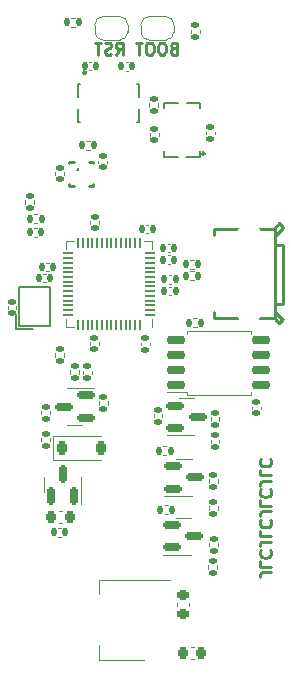
<source format=gbr>
%TF.GenerationSoftware,KiCad,Pcbnew,7.0.5*%
%TF.CreationDate,2023-12-24T21:30:35-08:00*%
%TF.ProjectId,Lyrav3,4c797261-7633-42e6-9b69-6361645f7063,rev?*%
%TF.SameCoordinates,Original*%
%TF.FileFunction,Legend,Bot*%
%TF.FilePolarity,Positive*%
%FSLAX46Y46*%
G04 Gerber Fmt 4.6, Leading zero omitted, Abs format (unit mm)*
G04 Created by KiCad (PCBNEW 7.0.5) date 2023-12-24 21:30:35*
%MOMM*%
%LPD*%
G01*
G04 APERTURE LIST*
G04 Aperture macros list*
%AMRoundRect*
0 Rectangle with rounded corners*
0 $1 Rounding radius*
0 $2 $3 $4 $5 $6 $7 $8 $9 X,Y pos of 4 corners*
0 Add a 4 corners polygon primitive as box body*
4,1,4,$2,$3,$4,$5,$6,$7,$8,$9,$2,$3,0*
0 Add four circle primitives for the rounded corners*
1,1,$1+$1,$2,$3*
1,1,$1+$1,$4,$5*
1,1,$1+$1,$6,$7*
1,1,$1+$1,$8,$9*
0 Add four rect primitives between the rounded corners*
20,1,$1+$1,$2,$3,$4,$5,0*
20,1,$1+$1,$4,$5,$6,$7,0*
20,1,$1+$1,$6,$7,$8,$9,0*
20,1,$1+$1,$8,$9,$2,$3,0*%
%AMFreePoly0*
4,1,19,0.000000,0.744911,0.071157,0.744911,0.207708,0.704816,0.327430,0.627875,0.420627,0.520320,0.479746,0.390866,0.500000,0.250000,0.500000,-0.250000,0.479746,-0.390866,0.420627,-0.520320,0.327430,-0.627875,0.207708,-0.704816,0.071157,-0.744911,0.000000,-0.744911,0.000000,-0.750000,-0.500000,-0.750000,-0.500000,0.750000,0.000000,0.750000,0.000000,0.744911,0.000000,0.744911,
$1*%
%AMFreePoly1*
4,1,19,0.500000,-0.750000,0.000000,-0.750000,0.000000,-0.744911,-0.071157,-0.744911,-0.207708,-0.704816,-0.327430,-0.627875,-0.420627,-0.520320,-0.479746,-0.390866,-0.500000,-0.250000,-0.500000,0.250000,-0.479746,0.390866,-0.420627,0.520320,-0.327430,0.627875,-0.207708,0.704816,-0.071157,0.744911,0.000000,0.744911,0.000000,0.750000,0.500000,0.750000,0.500000,-0.750000,0.500000,-0.750000,
$1*%
G04 Aperture macros list end*
%ADD10C,0.250000*%
%ADD11C,0.120000*%
%ADD12C,0.150000*%
%ADD13C,0.200000*%
%ADD14RoundRect,0.140000X0.170000X-0.140000X0.170000X0.140000X-0.170000X0.140000X-0.170000X-0.140000X0*%
%ADD15RoundRect,0.140000X-0.140000X-0.170000X0.140000X-0.170000X0.140000X0.170000X-0.140000X0.170000X0*%
%ADD16RoundRect,0.225000X-0.225000X-0.250000X0.225000X-0.250000X0.225000X0.250000X-0.225000X0.250000X0*%
%ADD17RoundRect,0.140000X0.140000X0.170000X-0.140000X0.170000X-0.140000X-0.170000X0.140000X-0.170000X0*%
%ADD18RoundRect,0.225000X0.250000X-0.225000X0.250000X0.225000X-0.250000X0.225000X-0.250000X-0.225000X0*%
%ADD19R,2.000000X1.500000*%
%ADD20R,2.000000X3.800000*%
%ADD21RoundRect,0.225000X-0.225000X-0.375000X0.225000X-0.375000X0.225000X0.375000X-0.225000X0.375000X0*%
%ADD22R,0.800000X1.000000*%
%ADD23C,5.600000*%
%ADD24O,1.700000X1.700000*%
%ADD25R,1.700000X1.700000*%
%ADD26C,1.600000*%
%ADD27R,1.600000X1.600000*%
%ADD28C,2.200000*%
%ADD29R,2.200000X2.200000*%
%ADD30RoundRect,0.140000X-0.170000X0.140000X-0.170000X-0.140000X0.170000X-0.140000X0.170000X0.140000X0*%
%ADD31RoundRect,0.135000X-0.135000X-0.185000X0.135000X-0.185000X0.135000X0.185000X-0.135000X0.185000X0*%
%ADD32RoundRect,0.135000X-0.185000X0.135000X-0.185000X-0.135000X0.185000X-0.135000X0.185000X0.135000X0*%
%ADD33RoundRect,0.135000X0.135000X0.185000X-0.135000X0.185000X-0.135000X-0.185000X0.135000X-0.185000X0*%
%ADD34RoundRect,0.050000X0.050000X-0.387500X0.050000X0.387500X-0.050000X0.387500X-0.050000X-0.387500X0*%
%ADD35RoundRect,0.050000X0.387500X-0.050000X0.387500X0.050000X-0.387500X0.050000X-0.387500X-0.050000X0*%
%ADD36R,3.200000X3.200000*%
%ADD37RoundRect,0.150000X-0.587500X-0.150000X0.587500X-0.150000X0.587500X0.150000X-0.587500X0.150000X0*%
%ADD38R,0.500000X0.300000*%
%ADD39R,0.300000X0.500000*%
%ADD40RoundRect,0.150000X0.150000X-0.587500X0.150000X0.587500X-0.150000X0.587500X-0.150000X-0.587500X0*%
%ADD41RoundRect,0.135000X0.185000X-0.135000X0.185000X0.135000X-0.185000X0.135000X-0.185000X-0.135000X0*%
%ADD42RoundRect,0.150000X-0.650000X-0.150000X0.650000X-0.150000X0.650000X0.150000X-0.650000X0.150000X0*%
%ADD43R,1.600000X0.400000*%
%ADD44O,1.400000X1.200000*%
%ADD45O,1.900000X1.200000*%
%ADD46FreePoly0,0.000000*%
%ADD47FreePoly1,0.000000*%
%ADD48R,0.800000X0.250000*%
%ADD49R,0.250000X0.800000*%
%ADD50R,1.550000X0.600000*%
%ADD51O,0.450000X1.770000*%
%ADD52RoundRect,0.150000X0.587500X0.150000X-0.587500X0.150000X-0.587500X-0.150000X0.587500X-0.150000X0*%
G04 APERTURE END LIST*
D10*
X24418380Y7572283D02*
X23704095Y7572283D01*
X23704095Y7572283D02*
X23561238Y7524664D01*
X23561238Y7524664D02*
X23466000Y7429426D01*
X23466000Y7429426D02*
X23418380Y7286569D01*
X23418380Y7286569D02*
X23418380Y7191331D01*
X23418380Y8524664D02*
X23418380Y8048474D01*
X23418380Y8048474D02*
X24418380Y8048474D01*
X23513619Y9429426D02*
X23466000Y9381807D01*
X23466000Y9381807D02*
X23418380Y9238950D01*
X23418380Y9238950D02*
X23418380Y9143712D01*
X23418380Y9143712D02*
X23466000Y9000855D01*
X23466000Y9000855D02*
X23561238Y8905617D01*
X23561238Y8905617D02*
X23656476Y8857998D01*
X23656476Y8857998D02*
X23846952Y8810379D01*
X23846952Y8810379D02*
X23989809Y8810379D01*
X23989809Y8810379D02*
X24180285Y8857998D01*
X24180285Y8857998D02*
X24275523Y8905617D01*
X24275523Y8905617D02*
X24370761Y9000855D01*
X24370761Y9000855D02*
X24418380Y9143712D01*
X24418380Y9143712D02*
X24418380Y9238950D01*
X24418380Y9238950D02*
X24370761Y9381807D01*
X24370761Y9381807D02*
X24323142Y9429426D01*
X24418380Y10143712D02*
X23704095Y10143712D01*
X23704095Y10143712D02*
X23561238Y10096093D01*
X23561238Y10096093D02*
X23466000Y10000855D01*
X23466000Y10000855D02*
X23418380Y9857998D01*
X23418380Y9857998D02*
X23418380Y9762760D01*
X23418380Y11096093D02*
X23418380Y10619903D01*
X23418380Y10619903D02*
X24418380Y10619903D01*
X23513619Y12000855D02*
X23466000Y11953236D01*
X23466000Y11953236D02*
X23418380Y11810379D01*
X23418380Y11810379D02*
X23418380Y11715141D01*
X23418380Y11715141D02*
X23466000Y11572284D01*
X23466000Y11572284D02*
X23561238Y11477046D01*
X23561238Y11477046D02*
X23656476Y11429427D01*
X23656476Y11429427D02*
X23846952Y11381808D01*
X23846952Y11381808D02*
X23989809Y11381808D01*
X23989809Y11381808D02*
X24180285Y11429427D01*
X24180285Y11429427D02*
X24275523Y11477046D01*
X24275523Y11477046D02*
X24370761Y11572284D01*
X24370761Y11572284D02*
X24418380Y11715141D01*
X24418380Y11715141D02*
X24418380Y11810379D01*
X24418380Y11810379D02*
X24370761Y11953236D01*
X24370761Y11953236D02*
X24323142Y12000855D01*
X24418380Y12715141D02*
X23704095Y12715141D01*
X23704095Y12715141D02*
X23561238Y12667522D01*
X23561238Y12667522D02*
X23466000Y12572284D01*
X23466000Y12572284D02*
X23418380Y12429427D01*
X23418380Y12429427D02*
X23418380Y12334189D01*
X23418380Y13667522D02*
X23418380Y13191332D01*
X23418380Y13191332D02*
X24418380Y13191332D01*
X23513619Y14572284D02*
X23466000Y14524665D01*
X23466000Y14524665D02*
X23418380Y14381808D01*
X23418380Y14381808D02*
X23418380Y14286570D01*
X23418380Y14286570D02*
X23466000Y14143713D01*
X23466000Y14143713D02*
X23561238Y14048475D01*
X23561238Y14048475D02*
X23656476Y14000856D01*
X23656476Y14000856D02*
X23846952Y13953237D01*
X23846952Y13953237D02*
X23989809Y13953237D01*
X23989809Y13953237D02*
X24180285Y14000856D01*
X24180285Y14000856D02*
X24275523Y14048475D01*
X24275523Y14048475D02*
X24370761Y14143713D01*
X24370761Y14143713D02*
X24418380Y14286570D01*
X24418380Y14286570D02*
X24418380Y14381808D01*
X24418380Y14381808D02*
X24370761Y14524665D01*
X24370761Y14524665D02*
X24323142Y14572284D01*
X24418380Y15286570D02*
X23704095Y15286570D01*
X23704095Y15286570D02*
X23561238Y15238951D01*
X23561238Y15238951D02*
X23466000Y15143713D01*
X23466000Y15143713D02*
X23418380Y15000856D01*
X23418380Y15000856D02*
X23418380Y14905618D01*
X23418380Y16238951D02*
X23418380Y15762761D01*
X23418380Y15762761D02*
X24418380Y15762761D01*
X23513619Y17143713D02*
X23466000Y17096094D01*
X23466000Y17096094D02*
X23418380Y16953237D01*
X23418380Y16953237D02*
X23418380Y16857999D01*
X23418380Y16857999D02*
X23466000Y16715142D01*
X23466000Y16715142D02*
X23561238Y16619904D01*
X23561238Y16619904D02*
X23656476Y16572285D01*
X23656476Y16572285D02*
X23846952Y16524666D01*
X23846952Y16524666D02*
X23989809Y16524666D01*
X23989809Y16524666D02*
X24180285Y16572285D01*
X24180285Y16572285D02*
X24275523Y16619904D01*
X24275523Y16619904D02*
X24370761Y16715142D01*
X24370761Y16715142D02*
X24418380Y16857999D01*
X24418380Y16857999D02*
X24418380Y16953237D01*
X24418380Y16953237D02*
X24370761Y17096094D01*
X24370761Y17096094D02*
X24323142Y17143713D01*
X16120898Y51916991D02*
X15978041Y51869372D01*
X15978041Y51869372D02*
X15930422Y51821753D01*
X15930422Y51821753D02*
X15882803Y51726515D01*
X15882803Y51726515D02*
X15882803Y51583658D01*
X15882803Y51583658D02*
X15930422Y51488420D01*
X15930422Y51488420D02*
X15978041Y51440800D01*
X15978041Y51440800D02*
X16073279Y51393181D01*
X16073279Y51393181D02*
X16454231Y51393181D01*
X16454231Y51393181D02*
X16454231Y52393181D01*
X16454231Y52393181D02*
X16120898Y52393181D01*
X16120898Y52393181D02*
X16025660Y52345562D01*
X16025660Y52345562D02*
X15978041Y52297943D01*
X15978041Y52297943D02*
X15930422Y52202705D01*
X15930422Y52202705D02*
X15930422Y52107467D01*
X15930422Y52107467D02*
X15978041Y52012229D01*
X15978041Y52012229D02*
X16025660Y51964610D01*
X16025660Y51964610D02*
X16120898Y51916991D01*
X16120898Y51916991D02*
X16454231Y51916991D01*
X15263755Y52393181D02*
X15073279Y52393181D01*
X15073279Y52393181D02*
X14978041Y52345562D01*
X14978041Y52345562D02*
X14882803Y52250324D01*
X14882803Y52250324D02*
X14835184Y52059848D01*
X14835184Y52059848D02*
X14835184Y51726515D01*
X14835184Y51726515D02*
X14882803Y51536039D01*
X14882803Y51536039D02*
X14978041Y51440800D01*
X14978041Y51440800D02*
X15073279Y51393181D01*
X15073279Y51393181D02*
X15263755Y51393181D01*
X15263755Y51393181D02*
X15358993Y51440800D01*
X15358993Y51440800D02*
X15454231Y51536039D01*
X15454231Y51536039D02*
X15501850Y51726515D01*
X15501850Y51726515D02*
X15501850Y52059848D01*
X15501850Y52059848D02*
X15454231Y52250324D01*
X15454231Y52250324D02*
X15358993Y52345562D01*
X15358993Y52345562D02*
X15263755Y52393181D01*
X14216136Y52393181D02*
X14025660Y52393181D01*
X14025660Y52393181D02*
X13930422Y52345562D01*
X13930422Y52345562D02*
X13835184Y52250324D01*
X13835184Y52250324D02*
X13787565Y52059848D01*
X13787565Y52059848D02*
X13787565Y51726515D01*
X13787565Y51726515D02*
X13835184Y51536039D01*
X13835184Y51536039D02*
X13930422Y51440800D01*
X13930422Y51440800D02*
X14025660Y51393181D01*
X14025660Y51393181D02*
X14216136Y51393181D01*
X14216136Y51393181D02*
X14311374Y51440800D01*
X14311374Y51440800D02*
X14406612Y51536039D01*
X14406612Y51536039D02*
X14454231Y51726515D01*
X14454231Y51726515D02*
X14454231Y52059848D01*
X14454231Y52059848D02*
X14406612Y52250324D01*
X14406612Y52250324D02*
X14311374Y52345562D01*
X14311374Y52345562D02*
X14216136Y52393181D01*
X13501850Y52393181D02*
X12930422Y52393181D01*
X13216136Y51393181D02*
X13216136Y52393181D01*
X11260003Y51393181D02*
X11593336Y51869372D01*
X11831431Y51393181D02*
X11831431Y52393181D01*
X11831431Y52393181D02*
X11450479Y52393181D01*
X11450479Y52393181D02*
X11355241Y52345562D01*
X11355241Y52345562D02*
X11307622Y52297943D01*
X11307622Y52297943D02*
X11260003Y52202705D01*
X11260003Y52202705D02*
X11260003Y52059848D01*
X11260003Y52059848D02*
X11307622Y51964610D01*
X11307622Y51964610D02*
X11355241Y51916991D01*
X11355241Y51916991D02*
X11450479Y51869372D01*
X11450479Y51869372D02*
X11831431Y51869372D01*
X10879050Y51440800D02*
X10736193Y51393181D01*
X10736193Y51393181D02*
X10498098Y51393181D01*
X10498098Y51393181D02*
X10402860Y51440800D01*
X10402860Y51440800D02*
X10355241Y51488420D01*
X10355241Y51488420D02*
X10307622Y51583658D01*
X10307622Y51583658D02*
X10307622Y51678896D01*
X10307622Y51678896D02*
X10355241Y51774134D01*
X10355241Y51774134D02*
X10402860Y51821753D01*
X10402860Y51821753D02*
X10498098Y51869372D01*
X10498098Y51869372D02*
X10688574Y51916991D01*
X10688574Y51916991D02*
X10783812Y51964610D01*
X10783812Y51964610D02*
X10831431Y52012229D01*
X10831431Y52012229D02*
X10879050Y52107467D01*
X10879050Y52107467D02*
X10879050Y52202705D01*
X10879050Y52202705D02*
X10831431Y52297943D01*
X10831431Y52297943D02*
X10783812Y52345562D01*
X10783812Y52345562D02*
X10688574Y52393181D01*
X10688574Y52393181D02*
X10450479Y52393181D01*
X10450479Y52393181D02*
X10307622Y52345562D01*
X10021907Y52393181D02*
X9450479Y52393181D01*
X9736193Y51393181D02*
X9736193Y52393181D01*
D11*
%TO.C,C13*%
X2095000Y29890164D02*
X2095000Y30105836D01*
X2815000Y29890164D02*
X2815000Y30105836D01*
%TO.C,C8*%
X6383164Y11308000D02*
X6598836Y11308000D01*
X6383164Y10588000D02*
X6598836Y10588000D01*
%TO.C,C7*%
X6416820Y12753400D02*
X6697980Y12753400D01*
X6416820Y11733400D02*
X6697980Y11733400D01*
%TO.C,C3*%
X4546636Y35988000D02*
X4330964Y35988000D01*
X4546636Y36708000D02*
X4330964Y36708000D01*
%TO.C,C6*%
X16422601Y4686020D02*
X16422601Y4967180D01*
X17442601Y4686020D02*
X17442601Y4967180D01*
%TO.C,U5*%
X15876800Y6941200D02*
X9866800Y6941200D01*
X13626800Y121200D02*
X9866800Y121200D01*
X9866800Y121200D02*
X9866800Y1381200D01*
X9866800Y6941200D02*
X9866800Y5681200D01*
%TO.C,C5*%
X17579820Y1272600D02*
X17860980Y1272600D01*
X17579820Y252600D02*
X17860980Y252600D01*
%TO.C,D1*%
X5962400Y19085400D02*
X9972400Y19085400D01*
X5962400Y17085400D02*
X9972400Y17085400D01*
X5962400Y17085400D02*
X5962400Y19085400D01*
D12*
%TO.C,X2*%
X4269600Y28169800D02*
X2809600Y28169800D01*
X2809600Y28169800D02*
X2809600Y29429800D01*
X3039600Y28529800D02*
X3039600Y28409800D01*
X3039600Y28409800D02*
X5699600Y28409800D01*
X5699600Y28409800D02*
X5699600Y31709800D01*
X5699600Y31709800D02*
X3039600Y31709800D01*
X3039600Y31709800D02*
X3039600Y28529800D01*
D11*
%TO.C,C22*%
X14118000Y27007036D02*
X14118000Y26791364D01*
X13398000Y27007036D02*
X13398000Y26791364D01*
%TO.C,R18*%
X17566759Y33250200D02*
X17874041Y33250200D01*
X17566759Y34010200D02*
X17874041Y34010200D01*
%TO.C,C11*%
X8976564Y50085000D02*
X9192236Y50085000D01*
X8976564Y50805000D02*
X9192236Y50805000D01*
%TO.C,R17*%
X15204800Y20982241D02*
X15204800Y20674959D01*
X14444800Y20982241D02*
X14444800Y20674959D01*
%TO.C,R6*%
X9060241Y44094000D02*
X8752959Y44094000D01*
X9060241Y43334000D02*
X8752959Y43334000D01*
%TO.C,C10*%
X12291036Y50754200D02*
X12075364Y50754200D01*
X12291036Y50034200D02*
X12075364Y50034200D01*
%TO.C,U8*%
X7066100Y28353400D02*
X7716100Y28353400D01*
X7066100Y29003400D02*
X7066100Y28353400D01*
X14286100Y29003400D02*
X14286100Y28353400D01*
X7066100Y34923400D02*
X7066100Y35573400D01*
X14286100Y34923400D02*
X14286100Y35573400D01*
X7066100Y35573400D02*
X7716100Y35573400D01*
X14286100Y35573400D02*
X13636100Y35573400D01*
%TO.C,Q2*%
X17036900Y14036200D02*
X17686900Y14036200D01*
X17036900Y14036200D02*
X15361900Y14036200D01*
X17036900Y17156200D02*
X17686900Y17156200D01*
X17036900Y17156200D02*
X16386900Y17156200D01*
D10*
%TO.C,U3*%
X8052400Y41661000D02*
G75*
G03*
X8052400Y41661000I-60000J0D01*
G01*
X7302400Y42321000D02*
X7302400Y42181000D01*
X7302400Y40421000D02*
X7302400Y40291000D01*
X7302400Y40291000D02*
X7692400Y40291000D01*
X7692400Y42321000D02*
X7302400Y42321000D01*
X8952400Y40291000D02*
X9342400Y40291000D01*
X9342400Y42321000D02*
X8952400Y42321000D01*
X9342400Y42181000D02*
X9342400Y42321000D01*
X9342400Y40291000D02*
X9342400Y40421000D01*
D11*
%TO.C,C17*%
X15732964Y31035000D02*
X15948636Y31035000D01*
X15732964Y31755000D02*
X15948636Y31755000D01*
%TO.C,Q1*%
X8307600Y14986600D02*
X8307600Y15636600D01*
X8307600Y14986600D02*
X8307600Y13311600D01*
X5187600Y14986600D02*
X5187600Y15636600D01*
X5187600Y14986600D02*
X5187600Y14336600D01*
%TO.C,R27*%
X9822000Y21741759D02*
X9822000Y22049041D01*
X10582000Y21741759D02*
X10582000Y22049041D01*
%TO.C,R16*%
X15689641Y13233000D02*
X15382359Y13233000D01*
X15689641Y12473000D02*
X15382359Y12473000D01*
%TO.C,U9*%
X22706000Y22574000D02*
X22706000Y22834000D01*
X22706000Y28024000D02*
X22706000Y27764000D01*
X19981000Y22574000D02*
X22706000Y22574000D01*
X19981000Y22574000D02*
X17256000Y22574000D01*
X19981000Y28024000D02*
X22706000Y28024000D01*
X19981000Y28024000D02*
X17256000Y28024000D01*
X17256000Y22574000D02*
X17256000Y22834000D01*
X17256000Y22834000D02*
X15581000Y22834000D01*
X17256000Y28024000D02*
X17256000Y27764000D01*
%TO.C,R7*%
X14823800Y47271241D02*
X14823800Y46963959D01*
X14063800Y47271241D02*
X14063800Y46963959D01*
%TO.C,C1*%
X14873800Y44720236D02*
X14873800Y44504564D01*
X14153800Y44720236D02*
X14153800Y44504564D01*
%TO.C,C21*%
X13802564Y36267400D02*
X14018236Y36267400D01*
X13802564Y36987400D02*
X14018236Y36987400D01*
%TO.C,R15*%
X17874041Y33045000D02*
X17566759Y33045000D01*
X17874041Y32285000D02*
X17566759Y32285000D01*
%TO.C,C12*%
X9765800Y42424836D02*
X9765800Y42209164D01*
X10485800Y42424836D02*
X10485800Y42209164D01*
%TO.C,R2*%
X6139000Y26087641D02*
X6139000Y25780359D01*
X6899000Y26087641D02*
X6899000Y25780359D01*
%TO.C,C2*%
X18907701Y44655563D02*
X18907701Y44871235D01*
X19627701Y44655563D02*
X19627701Y44871235D01*
%TO.C,C4*%
X6140000Y41416836D02*
X6140000Y41201164D01*
X6860000Y41416836D02*
X6860000Y41201164D01*
%TO.C,R22*%
X7383600Y24663241D02*
X7383600Y24355959D01*
X8143600Y24663241D02*
X8143600Y24355959D01*
%TO.C,C19*%
X15631364Y34641800D02*
X15847036Y34641800D01*
X15631364Y35361800D02*
X15847036Y35361800D01*
D10*
%TO.C,J7*%
X25089100Y37098200D02*
X25419100Y36768200D01*
X25419100Y36768200D02*
X25419100Y36728200D01*
X25419100Y36728200D02*
X24689100Y35998200D01*
X24689100Y36698200D02*
X25089100Y37098200D01*
X24689100Y36618200D02*
X24689100Y36698200D01*
X24689100Y36618200D02*
X19569100Y36618200D01*
X19569100Y36618200D02*
X19569100Y36118200D01*
X25419100Y35308200D02*
X25419100Y30268200D01*
X24689100Y35308200D02*
X25419100Y35308200D01*
X25419100Y30268200D02*
X24689100Y30268200D01*
X19569100Y29618200D02*
X19569100Y29118200D01*
X24689100Y29118200D02*
X24689100Y36618200D01*
X24689100Y29118200D02*
X24689100Y29038200D01*
X19569100Y29118200D02*
X24689100Y29118200D01*
X24689100Y29038200D02*
X25089100Y28638200D01*
X25419100Y28968200D02*
X25339100Y28968200D01*
X25339100Y28968200D02*
X24689100Y29618200D01*
X25089100Y28638200D02*
X25419100Y28968200D01*
D11*
%TO.C,C23*%
X9080000Y27032436D02*
X9080000Y26816764D01*
X9800000Y27032436D02*
X9800000Y26816764D01*
%TO.C,R1*%
X7485672Y53748000D02*
X7792954Y53748000D01*
X7485672Y54508000D02*
X7792954Y54508000D01*
%TO.C,Q3*%
X16958400Y9057800D02*
X17608400Y9057800D01*
X16958400Y9057800D02*
X15283400Y9057800D01*
X16958400Y12177800D02*
X17608400Y12177800D01*
X16958400Y12177800D02*
X16308400Y12177800D01*
%TO.C,R25*%
X4945200Y18950241D02*
X4945200Y18642959D01*
X5705200Y18950241D02*
X5705200Y18642959D01*
%TO.C,C25*%
X15732964Y32000200D02*
X15948636Y32000200D01*
X15732964Y32720200D02*
X15948636Y32720200D01*
%TO.C,J4*%
X15474000Y52620000D02*
G75*
G03*
X16174000Y53320000I0J700000D01*
G01*
X16174000Y53920000D02*
G75*
G03*
X15474000Y54620000I-700000J0D01*
G01*
X13374000Y53320000D02*
G75*
G03*
X14074000Y52620000I699999J-1D01*
G01*
X14074000Y54620000D02*
G75*
G03*
X13374000Y53920000I-1J-699999D01*
G01*
X16174000Y53320000D02*
X16174000Y53920000D01*
X15474000Y54620000D02*
X14074000Y54620000D01*
X14074000Y52620000D02*
X15474000Y52620000D01*
X13374000Y53920000D02*
X13374000Y53320000D01*
%TO.C,R12*%
X19827600Y8180641D02*
X19827600Y7873359D01*
X19067600Y8180641D02*
X19067600Y7873359D01*
%TO.C,R10*%
X19169200Y10060241D02*
X19169200Y9752959D01*
X19929200Y10060241D02*
X19929200Y9752959D01*
%TO.C,R21*%
X19118400Y15443041D02*
X19118400Y15135759D01*
X19878400Y15443041D02*
X19878400Y15135759D01*
%TO.C,R3*%
X18128041Y29082600D02*
X17820759Y29082600D01*
X18128041Y28322600D02*
X17820759Y28322600D01*
%TO.C,R23*%
X5703200Y21236241D02*
X5703200Y20928959D01*
X4943200Y21236241D02*
X4943200Y20928959D01*
D13*
%TO.C,U2*%
X18406000Y42754200D02*
X18406000Y43214200D01*
X18406000Y46874200D02*
X18406000Y47204200D01*
X18406000Y47204200D02*
X18406000Y47324200D01*
X18406000Y47324200D02*
X17256000Y47324200D01*
X17206000Y42754200D02*
X18406000Y42754200D01*
X16496000Y47324200D02*
X15356000Y47324200D01*
X15356000Y42754200D02*
X16546000Y42754200D01*
X15356000Y43214200D02*
X15356000Y42754200D01*
X15356000Y47324200D02*
X15356000Y46874200D01*
D10*
X18766000Y43014200D02*
G75*
G03*
X18766000Y43014200I-110000J0D01*
G01*
D11*
%TO.C,R24*%
X19118400Y13159041D02*
X19118400Y12851759D01*
X19878400Y13159041D02*
X19878400Y12851759D01*
D10*
%TO.C,U4*%
X8728400Y49885400D02*
G75*
G03*
X8728400Y49885400I-120000J0D01*
G01*
D12*
X13188400Y45715400D02*
X13018400Y45715400D01*
X13188400Y46755400D02*
X13188400Y45715400D01*
X13188400Y47835400D02*
X13188400Y48875400D01*
X13188400Y48875400D02*
X13018400Y48875400D01*
X8028400Y45715400D02*
X8198400Y45715400D01*
X8028400Y46755400D02*
X8028400Y45715400D01*
X8028400Y47835400D02*
X8028400Y48875400D01*
X8028400Y48875400D02*
X8198400Y48875400D01*
D11*
%TO.C,J3*%
X11566999Y52620000D02*
G75*
G03*
X12266999Y53320000I0J700000D01*
G01*
X12266999Y53920000D02*
G75*
G03*
X11566999Y54620000I-700000J0D01*
G01*
X9466999Y53320000D02*
G75*
G03*
X10166999Y52620000I699999J-1D01*
G01*
X10166999Y54620000D02*
G75*
G03*
X9466999Y53920000I-1J-699999D01*
G01*
X12266999Y53320000D02*
X12266999Y53920000D01*
X11566999Y54620000D02*
X10166999Y54620000D01*
X10166999Y52620000D02*
X11566999Y52620000D01*
X9466999Y53920000D02*
X9466999Y53320000D01*
%TO.C,R5*%
X4615241Y37871000D02*
X4307959Y37871000D01*
X4615241Y37111000D02*
X4307959Y37111000D01*
%TO.C,R4*%
X3573600Y39067041D02*
X3573600Y38759759D01*
X4333600Y39067041D02*
X4333600Y38759759D01*
%TO.C,R14*%
X18354400Y53199159D02*
X18354400Y53506441D01*
X17594400Y53199159D02*
X17594400Y53506441D01*
%TO.C,Q5*%
X7761600Y20030600D02*
X8411600Y20030600D01*
X7761600Y20030600D02*
X7111600Y20030600D01*
X7761600Y23150600D02*
X9436600Y23150600D01*
X7761600Y23150600D02*
X7111600Y23150600D01*
%TO.C,C16*%
X5585436Y33787000D02*
X5369764Y33787000D01*
X5585436Y33067000D02*
X5369764Y33067000D01*
%TO.C,R26*%
X15537241Y18211400D02*
X15229959Y18211400D01*
X15537241Y17451400D02*
X15229959Y17451400D01*
%TO.C,C24*%
X5331436Y32821800D02*
X5115764Y32821800D01*
X5331436Y32101800D02*
X5115764Y32101800D01*
%TO.C,Q4*%
X17240100Y22287000D02*
X16590100Y22287000D01*
X17240100Y22287000D02*
X17890100Y22287000D01*
X17240100Y19167000D02*
X15565100Y19167000D01*
X17240100Y19167000D02*
X17890100Y19167000D01*
%TO.C,R28*%
X8450400Y24639841D02*
X8450400Y24332559D01*
X9210400Y24639841D02*
X9210400Y24332559D01*
%TO.C,C27*%
X22796000Y21596836D02*
X22796000Y21381164D01*
X23516000Y21596836D02*
X23516000Y21381164D01*
%TO.C,C18*%
X15631364Y33676600D02*
X15847036Y33676600D01*
X15631364Y34396600D02*
X15847036Y34396600D01*
%TO.C,C26*%
X9825400Y37078364D02*
X9825400Y37294036D01*
X9105400Y37078364D02*
X9105400Y37294036D01*
%TO.C,R13*%
X19270800Y18797841D02*
X19270800Y18490559D01*
X20030800Y18797841D02*
X20030800Y18490559D01*
%TO.C,R11*%
X20030800Y20677441D02*
X20030800Y20370159D01*
X19270800Y20677441D02*
X19270800Y20370159D01*
%TD*%
%LPC*%
D14*
%TO.C,C13*%
X2455000Y29518000D03*
X2455000Y30478000D03*
%TD*%
D15*
%TO.C,C8*%
X6011000Y10948000D03*
X6971000Y10948000D03*
%TD*%
D16*
%TO.C,C7*%
X5782400Y12243400D03*
X7332400Y12243400D03*
%TD*%
D17*
%TO.C,C3*%
X4918800Y36348000D03*
X3958800Y36348000D03*
%TD*%
D18*
%TO.C,C6*%
X16932601Y4051600D03*
X16932601Y5601600D03*
%TD*%
D19*
%TO.C,U5*%
X14926800Y5831200D03*
D20*
X8626800Y3531200D03*
D19*
X14926800Y3531200D03*
X14926800Y1231200D03*
%TD*%
D16*
%TO.C,C5*%
X16945400Y762600D03*
X18495400Y762600D03*
%TD*%
D21*
%TO.C,D1*%
X6672400Y18085400D03*
X9972400Y18085400D03*
%TD*%
D22*
%TO.C,X2*%
X3769600Y29159800D03*
X3769600Y30959800D03*
X4969600Y30959800D03*
X4969600Y29159800D03*
%TD*%
D23*
%TO.C,H3*%
X3000000Y3000000D03*
%TD*%
D24*
%TO.C,J8*%
X22648000Y39396000D03*
X22648000Y41936000D03*
X22648000Y44476000D03*
D25*
X22648000Y47016000D03*
%TD*%
D23*
%TO.C,H1*%
X3000000Y52000000D03*
%TD*%
%TO.C,H2*%
X22000000Y52000000D03*
%TD*%
%TO.C,H4*%
X22000000Y3000000D03*
%TD*%
D26*
%TO.C,C9*%
X4664800Y26619800D03*
D27*
X2164800Y26619800D03*
%TD*%
D28*
%TO.C,J2*%
X3293200Y8433400D03*
X3293200Y10973400D03*
X3293200Y13513400D03*
X3293200Y16053400D03*
X3293200Y18593400D03*
D29*
X3293200Y21133400D03*
%TD*%
D28*
%TO.C,J9*%
X21327200Y21006400D03*
X21327200Y18466400D03*
X21327200Y15926400D03*
X21327200Y13386400D03*
X21327200Y10846400D03*
D29*
X21327200Y8306400D03*
%TD*%
D24*
%TO.C,J6*%
X2328000Y34326000D03*
X2328000Y36866000D03*
X2328000Y39406000D03*
X2328000Y41946000D03*
X2328000Y44486000D03*
D25*
X2328000Y47026000D03*
%TD*%
D30*
%TO.C,C22*%
X13758000Y27379200D03*
X13758000Y26419200D03*
%TD*%
D31*
%TO.C,R18*%
X18230400Y33630200D03*
X17210400Y33630200D03*
%TD*%
D15*
%TO.C,C11*%
X9564400Y50445000D03*
X8604400Y50445000D03*
%TD*%
D32*
%TO.C,R17*%
X14824800Y21338600D03*
X14824800Y20318600D03*
%TD*%
D33*
%TO.C,R6*%
X8396600Y43714000D03*
X9416600Y43714000D03*
%TD*%
D17*
%TO.C,C10*%
X11703200Y50394200D03*
X12663200Y50394200D03*
%TD*%
D34*
%TO.C,U8*%
X13276100Y28525900D03*
X12876100Y28525900D03*
X12476100Y28525900D03*
X12076100Y28525900D03*
X11676100Y28525900D03*
X11276100Y28525900D03*
X10876100Y28525900D03*
X10476100Y28525900D03*
X10076100Y28525900D03*
X9676100Y28525900D03*
X9276100Y28525900D03*
X8876100Y28525900D03*
X8476100Y28525900D03*
X8076100Y28525900D03*
D35*
X7238600Y29363400D03*
X7238600Y29763400D03*
X7238600Y30163400D03*
X7238600Y30563400D03*
X7238600Y30963400D03*
X7238600Y31363400D03*
X7238600Y31763400D03*
X7238600Y32163400D03*
X7238600Y32563400D03*
X7238600Y32963400D03*
X7238600Y33363400D03*
X7238600Y33763400D03*
X7238600Y34163400D03*
X7238600Y34563400D03*
D34*
X8076100Y35400900D03*
X8476100Y35400900D03*
X8876100Y35400900D03*
X9276100Y35400900D03*
X9676100Y35400900D03*
X10076100Y35400900D03*
X10476100Y35400900D03*
X10876100Y35400900D03*
X11276100Y35400900D03*
X11676100Y35400900D03*
X12076100Y35400900D03*
X12476100Y35400900D03*
X12876100Y35400900D03*
X13276100Y35400900D03*
D35*
X14113600Y34563400D03*
X14113600Y34163400D03*
X14113600Y33763400D03*
X14113600Y33363400D03*
X14113600Y32963400D03*
X14113600Y32563400D03*
X14113600Y32163400D03*
X14113600Y31763400D03*
X14113600Y31363400D03*
X14113600Y30963400D03*
X14113600Y30563400D03*
X14113600Y30163400D03*
X14113600Y29763400D03*
X14113600Y29363400D03*
D36*
X10676100Y31963400D03*
%TD*%
D37*
%TO.C,Q2*%
X17974400Y15596200D03*
X16099400Y16546200D03*
X16099400Y14646200D03*
%TD*%
D38*
%TO.C,U3*%
X7452400Y41801000D03*
X7452400Y41301000D03*
X7452400Y40801000D03*
D39*
X8072400Y40431000D03*
X8572400Y40431000D03*
D38*
X9192400Y40801000D03*
X9192400Y41301000D03*
X9192400Y41801000D03*
D39*
X8572400Y42171000D03*
X8072400Y42171000D03*
%TD*%
D15*
%TO.C,C17*%
X16320800Y31395000D03*
X15360800Y31395000D03*
%TD*%
D40*
%TO.C,Q1*%
X6747600Y15924100D03*
X5797600Y14049100D03*
X7697600Y14049100D03*
%TD*%
D41*
%TO.C,R27*%
X10202000Y21385400D03*
X10202000Y22405400D03*
%TD*%
D33*
%TO.C,R16*%
X15026000Y12853000D03*
X16046000Y12853000D03*
%TD*%
D42*
%TO.C,U9*%
X23581000Y23394000D03*
X23581000Y24664000D03*
X23581000Y25934000D03*
X23581000Y27204000D03*
X16381000Y27204000D03*
X16381000Y25934000D03*
X16381000Y24664000D03*
X16381000Y23394000D03*
%TD*%
D32*
%TO.C,R7*%
X14443800Y47627600D03*
X14443800Y46607600D03*
%TD*%
D30*
%TO.C,C1*%
X14513800Y45092400D03*
X14513800Y44132400D03*
%TD*%
D15*
%TO.C,C21*%
X14390400Y36627400D03*
X13430400Y36627400D03*
%TD*%
D33*
%TO.C,R15*%
X17210400Y32665000D03*
X18230400Y32665000D03*
%TD*%
D30*
%TO.C,C12*%
X10125800Y41837000D03*
X10125800Y42797000D03*
%TD*%
D32*
%TO.C,R2*%
X6519000Y25424000D03*
X6519000Y26444000D03*
%TD*%
D14*
%TO.C,C2*%
X19267701Y44283399D03*
X19267701Y45243399D03*
%TD*%
D30*
%TO.C,C4*%
X6500000Y40829000D03*
X6500000Y41789000D03*
%TD*%
D32*
%TO.C,R22*%
X7763600Y23999600D03*
X7763600Y25019600D03*
%TD*%
D15*
%TO.C,C19*%
X16219200Y35001800D03*
X15259200Y35001800D03*
%TD*%
D43*
%TO.C,J7*%
X19889100Y34168200D03*
X19889100Y33518200D03*
X19889100Y32868200D03*
X19889100Y32218200D03*
X19879100Y31568200D03*
D44*
X19639100Y30448200D03*
X19639100Y35288200D03*
D45*
X22539100Y36468200D03*
X22539100Y29268200D03*
%TD*%
D30*
%TO.C,C23*%
X9440000Y26444600D03*
X9440000Y27404600D03*
%TD*%
D31*
%TO.C,R1*%
X8149313Y54128000D03*
X7129313Y54128000D03*
%TD*%
D37*
%TO.C,Q3*%
X17895900Y10617800D03*
X16020900Y11567800D03*
X16020900Y9667800D03*
%TD*%
D32*
%TO.C,R25*%
X5325200Y18286600D03*
X5325200Y19306600D03*
%TD*%
D15*
%TO.C,C25*%
X16320800Y32360200D03*
X15360800Y32360200D03*
%TD*%
D46*
%TO.C,J4*%
X15424000Y53620000D03*
D47*
X14124000Y53620000D03*
%TD*%
D32*
%TO.C,R12*%
X19447600Y8537000D03*
X19447600Y7517000D03*
%TD*%
%TO.C,R10*%
X19549200Y9396600D03*
X19549200Y10416600D03*
%TD*%
%TO.C,R21*%
X19498400Y14779400D03*
X19498400Y15799400D03*
%TD*%
D33*
%TO.C,R3*%
X17464400Y28702600D03*
X18484400Y28702600D03*
%TD*%
D32*
%TO.C,R23*%
X5323200Y21592600D03*
X5323200Y20572600D03*
%TD*%
D48*
%TO.C,U2*%
X18076000Y43544200D03*
X18076000Y44044200D03*
X18076000Y44544200D03*
X18076000Y45044200D03*
X18076000Y45544200D03*
X18076000Y46044200D03*
X18076000Y46544200D03*
D49*
X16876000Y46954200D03*
D48*
X15676000Y46544200D03*
X15676000Y46044200D03*
X15676000Y45544200D03*
X15676000Y45044200D03*
X15676000Y44544200D03*
X15676000Y44044200D03*
X15676000Y43544200D03*
D49*
X16876000Y43134200D03*
%TD*%
D32*
%TO.C,R24*%
X19498400Y12495400D03*
X19498400Y13515400D03*
%TD*%
D50*
%TO.C,U4*%
X8308400Y47295400D03*
D51*
X8608400Y45885400D03*
X9408400Y45885400D03*
X10208400Y45885400D03*
X11008400Y45885400D03*
X11808400Y45885400D03*
X12608400Y45885400D03*
D50*
X12908400Y47295400D03*
D51*
X12608400Y48705400D03*
X11808400Y48705400D03*
X11008400Y48705400D03*
X10208400Y48705400D03*
X9408400Y48705400D03*
X8608400Y48705400D03*
%TD*%
D46*
%TO.C,J3*%
X11516999Y53620000D03*
D47*
X10216999Y53620000D03*
%TD*%
D33*
%TO.C,R5*%
X3951600Y37491000D03*
X4971600Y37491000D03*
%TD*%
D32*
%TO.C,R4*%
X3953600Y38403400D03*
X3953600Y39423400D03*
%TD*%
D41*
%TO.C,R14*%
X17974400Y53862800D03*
X17974400Y52842800D03*
%TD*%
D52*
%TO.C,Q5*%
X8699100Y22540600D03*
X8699100Y20640600D03*
X6824100Y21590600D03*
%TD*%
D17*
%TO.C,C16*%
X4997600Y33427000D03*
X5957600Y33427000D03*
%TD*%
D33*
%TO.C,R26*%
X14873600Y17831400D03*
X15893600Y17831400D03*
%TD*%
D17*
%TO.C,C24*%
X4743600Y32461800D03*
X5703600Y32461800D03*
%TD*%
D37*
%TO.C,Q4*%
X16302600Y19777000D03*
X16302600Y21677000D03*
X18177600Y20727000D03*
%TD*%
D32*
%TO.C,R28*%
X8830400Y23976200D03*
X8830400Y24996200D03*
%TD*%
D30*
%TO.C,C27*%
X23156000Y21009000D03*
X23156000Y21969000D03*
%TD*%
D15*
%TO.C,C18*%
X16219200Y34036600D03*
X15259200Y34036600D03*
%TD*%
D14*
%TO.C,C26*%
X9465400Y37666200D03*
X9465400Y36706200D03*
%TD*%
D32*
%TO.C,R13*%
X19650800Y18134200D03*
X19650800Y19154200D03*
%TD*%
%TO.C,R11*%
X19650800Y21033800D03*
X19650800Y20013800D03*
%TD*%
%LPD*%
M02*

</source>
